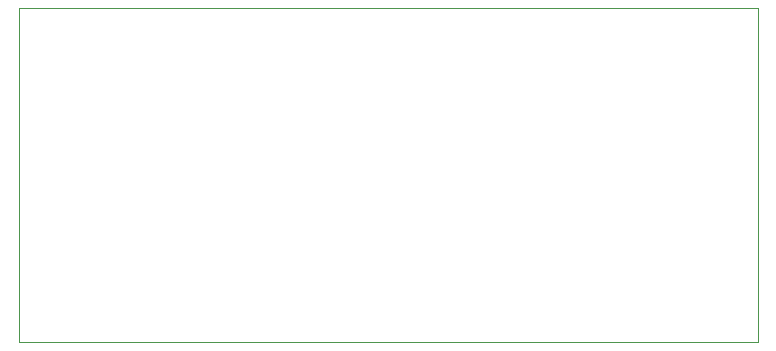
<source format=gbr>
%TF.GenerationSoftware,Altium Limited,Altium Designer,24.6.1 (21)*%
G04 Layer_Color=0*
%FSLAX45Y45*%
%MOMM*%
%TF.SameCoordinates,938BD6B4-B4CB-411F-8767-7B88C634C079*%
%TF.FilePolarity,Positive*%
%TF.FileFunction,Profile,NP*%
%TF.Part,Single*%
G01*
G75*
%TA.AperFunction,Profile*%
%ADD26C,0.02540*%
D26*
X2540000Y2540000D02*
X8800000D01*
Y5370000D01*
X2540000D01*
Y2540000D01*
%TF.MD5,fd6ea6a57210c66216bd683e963f8b94*%
M02*

</source>
